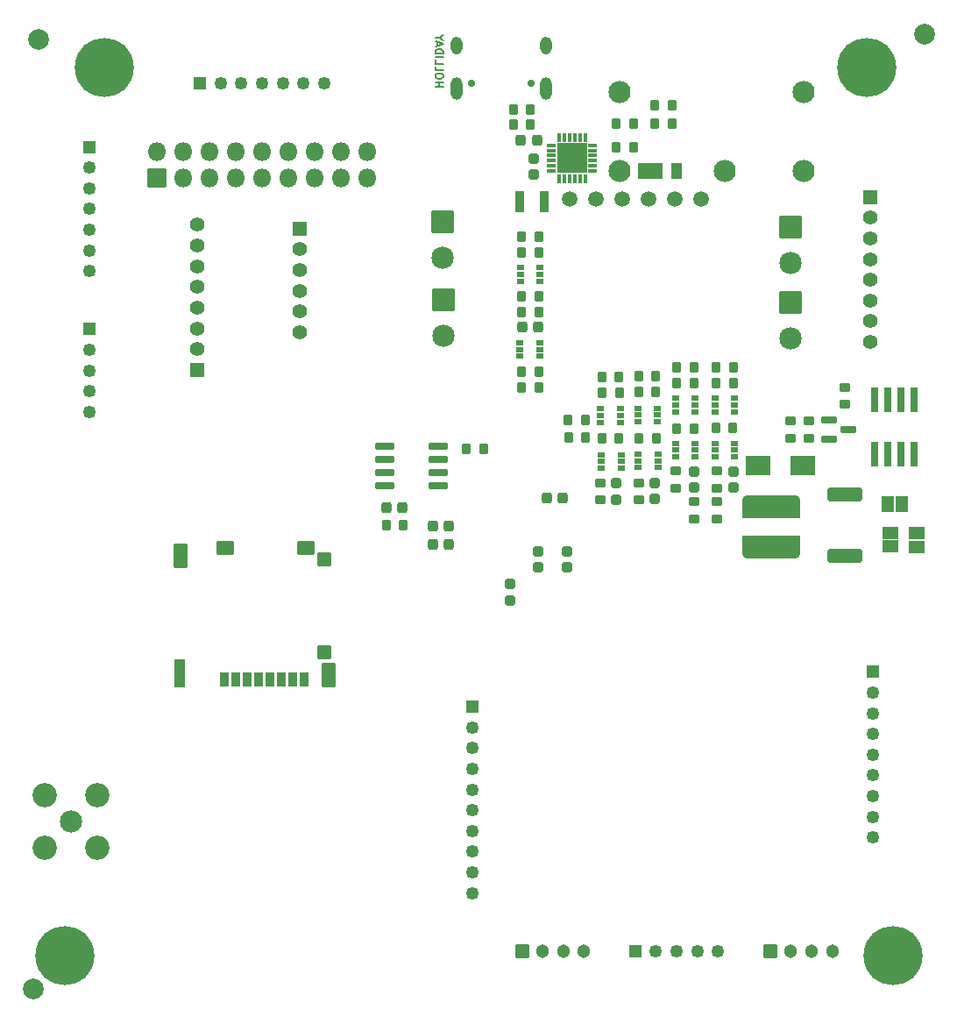
<source format=gbs>
%TF.GenerationSoftware,KiCad,Pcbnew,7.0.9*%
%TF.CreationDate,2024-05-14T22:46:05-07:00*%
%TF.ProjectId,mainboard,6d61696e-626f-4617-9264-2e6b69636164,06b*%
%TF.SameCoordinates,Original*%
%TF.FileFunction,Soldermask,Bot*%
%TF.FilePolarity,Negative*%
%FSLAX46Y46*%
G04 Gerber Fmt 4.6, Leading zero omitted, Abs format (unit mm)*
G04 Created by KiCad (PCBNEW 7.0.9) date 2024-05-14 22:46:05*
%MOMM*%
%LPD*%
G01*
G04 APERTURE LIST*
G04 Aperture macros list*
%AMRoundRect*
0 Rectangle with rounded corners*
0 $1 Rounding radius*
0 $2 $3 $4 $5 $6 $7 $8 $9 X,Y pos of 4 corners*
0 Add a 4 corners polygon primitive as box body*
4,1,4,$2,$3,$4,$5,$6,$7,$8,$9,$2,$3,0*
0 Add four circle primitives for the rounded corners*
1,1,$1+$1,$2,$3*
1,1,$1+$1,$4,$5*
1,1,$1+$1,$6,$7*
1,1,$1+$1,$8,$9*
0 Add four rect primitives between the rounded corners*
20,1,$1+$1,$2,$3,$4,$5,0*
20,1,$1+$1,$4,$5,$6,$7,0*
20,1,$1+$1,$6,$7,$8,$9,0*
20,1,$1+$1,$8,$9,$2,$3,0*%
%AMFreePoly0*
4,1,35,1.110921,2.785921,1.125800,2.750000,1.125800,-2.750000,1.110921,-2.785921,1.075000,-2.800800,-0.539018,-2.800800,-0.542050,-2.800619,-0.670818,-2.785155,-0.683397,-2.781975,-0.819570,-2.728276,-0.831629,-2.721496,-0.948265,-2.633048,-0.958048,-2.623265,-1.046496,-2.506629,-1.053276,-2.494570,-1.106975,-2.358397,-1.110155,-2.345818,-1.125619,-2.217050,-1.125800,-2.214018,-1.125800,2.214018,
-1.125619,2.217050,-1.110155,2.345818,-1.106975,2.358397,-1.053276,2.494570,-1.046496,2.506629,-0.958048,2.623265,-0.948265,2.633048,-0.831629,2.721496,-0.819570,2.728276,-0.683397,2.781975,-0.670818,2.785155,-0.542050,2.800619,-0.539018,2.800800,1.075000,2.800800,1.110921,2.785921,1.110921,2.785921,$1*%
%AMFreePoly1*
4,1,35,0.542050,2.800619,0.670818,2.785155,0.683397,2.781975,0.819570,2.728276,0.831629,2.721496,0.948265,2.633048,0.958048,2.623265,1.046496,2.506629,1.053276,2.494570,1.106975,2.358397,1.110155,2.345818,1.125619,2.217050,1.125800,2.214018,1.125800,-2.214018,1.125619,-2.217050,1.110155,-2.345818,1.106975,-2.358397,1.053276,-2.494570,1.046496,-2.506629,0.958048,-2.623265,
0.948265,-2.633048,0.831629,-2.721496,0.819570,-2.728276,0.683397,-2.781975,0.670818,-2.785155,0.542050,-2.800619,0.539018,-2.800800,-1.075000,-2.800800,-1.110921,-2.785921,-1.125800,-2.750000,-1.125800,2.750000,-1.110921,2.785921,-1.075000,2.800800,0.539018,2.800800,0.542050,2.800619,0.542050,2.800619,$1*%
G04 Aperture macros list end*
%ADD10C,0.190500*%
%ADD11RoundRect,0.050800X0.575000X0.575000X-0.575000X0.575000X-0.575000X-0.575000X0.575000X-0.575000X0*%
%ADD12C,1.251600*%
%ADD13C,5.701600*%
%ADD14C,2.133600*%
%ADD15C,2.151600*%
%ADD16C,2.351600*%
%ADD17RoundRect,0.063500X-1.016000X1.016000X-1.016000X-1.016000X1.016000X-1.016000X1.016000X1.016000X0*%
%ADD18C,2.159000*%
%ADD19C,0.701600*%
%ADD20O,1.101600X2.201600*%
%ADD21O,1.101600X1.701600*%
%ADD22RoundRect,0.050800X0.575000X-0.575000X0.575000X0.575000X-0.575000X0.575000X-0.575000X-0.575000X0*%
%ADD23RoundRect,0.050800X0.654000X-0.654000X0.654000X0.654000X-0.654000X0.654000X-0.654000X-0.654000X0*%
%ADD24C,1.409600*%
%ADD25RoundRect,0.076200X-0.575000X-0.575000X0.575000X-0.575000X0.575000X0.575000X-0.575000X0.575000X0*%
%ADD26C,1.302400*%
%ADD27RoundRect,0.050800X-0.654000X0.654000X-0.654000X-0.654000X0.654000X-0.654000X0.654000X0.654000X0*%
%ADD28RoundRect,0.275800X-0.225000X-0.250000X0.225000X-0.250000X0.225000X0.250000X-0.225000X0.250000X0*%
%ADD29RoundRect,0.275800X0.250000X-0.225000X0.250000X0.225000X-0.250000X0.225000X-0.250000X-0.225000X0*%
%ADD30RoundRect,0.250800X-0.275000X0.200000X-0.275000X-0.200000X0.275000X-0.200000X0.275000X0.200000X0*%
%ADD31RoundRect,0.250800X-0.200000X-0.275000X0.200000X-0.275000X0.200000X0.275000X-0.200000X0.275000X0*%
%ADD32RoundRect,0.063500X-0.400000X-0.620000X0.400000X-0.620000X0.400000X0.620000X-0.400000X0.620000X0*%
%ADD33RoundRect,0.063500X-0.580000X-0.600000X0.580000X-0.600000X0.580000X0.600000X-0.580000X0.600000X0*%
%ADD34RoundRect,0.063500X-0.475000X-1.250000X0.475000X-1.250000X0.475000X1.250000X-0.475000X1.250000X0*%
%ADD35RoundRect,0.063500X-0.575000X-1.100000X0.575000X-1.100000X0.575000X1.100000X-0.575000X1.100000X0*%
%ADD36RoundRect,0.063500X-0.750000X-0.575000X0.750000X-0.575000X0.750000X0.575000X-0.750000X0.575000X0*%
%ADD37RoundRect,0.063500X-0.580000X-0.625000X0.580000X-0.625000X0.580000X0.625000X-0.580000X0.625000X0*%
%ADD38RoundRect,0.275800X-0.250000X0.225000X-0.250000X-0.225000X0.250000X-0.225000X0.250000X0.225000X0*%
%ADD39RoundRect,0.275800X0.225000X0.250000X-0.225000X0.250000X-0.225000X-0.250000X0.225000X-0.250000X0*%
%ADD40RoundRect,0.200800X-0.725000X-0.150000X0.725000X-0.150000X0.725000X0.150000X-0.725000X0.150000X0*%
%ADD41C,2.000000*%
%ADD42RoundRect,0.050800X0.150000X0.400000X-0.150000X0.400000X-0.150000X-0.400000X0.150000X-0.400000X0*%
%ADD43RoundRect,0.050800X-0.400000X0.150000X-0.400000X-0.150000X0.400000X-0.150000X0.400000X0.150000X0*%
%ADD44RoundRect,0.050800X-1.400000X1.400000X-1.400000X-1.400000X1.400000X-1.400000X1.400000X1.400000X0*%
%ADD45RoundRect,0.250800X0.200000X0.275000X-0.200000X0.275000X-0.200000X-0.275000X0.200000X-0.275000X0*%
%ADD46RoundRect,0.228400X-0.222400X-0.822400X0.222400X-0.822400X0.222400X0.822400X-0.222400X0.822400X0*%
%ADD47RoundRect,0.050800X-0.325000X-0.200000X0.325000X-0.200000X0.325000X0.200000X-0.325000X0.200000X0*%
%ADD48RoundRect,0.050800X-0.300000X0.200000X-0.300000X-0.200000X0.300000X-0.200000X0.300000X0.200000X0*%
%ADD49RoundRect,0.250800X0.275000X-0.200000X0.275000X0.200000X-0.275000X0.200000X-0.275000X-0.200000X0*%
%ADD50RoundRect,0.063500X-0.450000X-0.700000X0.450000X-0.700000X0.450000X0.700000X-0.450000X0.700000X0*%
%ADD51RoundRect,0.063500X-1.100000X-0.700000X1.100000X-0.700000X1.100000X0.700000X-1.100000X0.700000X0*%
%ADD52C,1.501600*%
%ADD53RoundRect,0.050800X0.325000X0.200000X-0.325000X0.200000X-0.325000X-0.200000X0.325000X-0.200000X0*%
%ADD54RoundRect,0.050800X0.300000X-0.200000X0.300000X0.200000X-0.300000X0.200000X-0.300000X-0.200000X0*%
%ADD55RoundRect,0.050800X-0.750000X0.500000X-0.750000X-0.500000X0.750000X-0.500000X0.750000X0.500000X0*%
%ADD56FreePoly0,270.000000*%
%ADD57FreePoly1,270.000000*%
%ADD58RoundRect,0.050800X1.175000X-0.850000X1.175000X0.850000X-1.175000X0.850000X-1.175000X-0.850000X0*%
%ADD59RoundRect,0.050800X-0.304800X-1.104900X0.304800X-1.104900X0.304800X1.104900X-0.304800X1.104900X0*%
%ADD60RoundRect,0.300800X-1.425000X0.362500X-1.425000X-0.362500X1.425000X-0.362500X1.425000X0.362500X0*%
%ADD61RoundRect,0.050800X0.500000X0.750000X-0.500000X0.750000X-0.500000X-0.750000X0.500000X-0.750000X0*%
%ADD62RoundRect,0.050800X-0.850000X0.850000X-0.850000X-0.850000X0.850000X-0.850000X0.850000X0.850000X0*%
%ADD63O,1.801600X1.801600*%
%ADD64RoundRect,0.063500X0.660400X-0.279400X0.660400X0.279400X-0.660400X0.279400X-0.660400X-0.279400X0*%
G04 APERTURE END LIST*
D10*
X139167390Y-59379285D02*
X139929390Y-59379285D01*
X139566533Y-59379285D02*
X139566533Y-58943856D01*
X139167390Y-58943856D02*
X139929390Y-58943856D01*
X139929390Y-58435856D02*
X139929390Y-58290713D01*
X139929390Y-58290713D02*
X139893104Y-58218142D01*
X139893104Y-58218142D02*
X139820533Y-58145570D01*
X139820533Y-58145570D02*
X139675390Y-58109285D01*
X139675390Y-58109285D02*
X139421390Y-58109285D01*
X139421390Y-58109285D02*
X139276247Y-58145570D01*
X139276247Y-58145570D02*
X139203676Y-58218142D01*
X139203676Y-58218142D02*
X139167390Y-58290713D01*
X139167390Y-58290713D02*
X139167390Y-58435856D01*
X139167390Y-58435856D02*
X139203676Y-58508428D01*
X139203676Y-58508428D02*
X139276247Y-58580999D01*
X139276247Y-58580999D02*
X139421390Y-58617285D01*
X139421390Y-58617285D02*
X139675390Y-58617285D01*
X139675390Y-58617285D02*
X139820533Y-58580999D01*
X139820533Y-58580999D02*
X139893104Y-58508428D01*
X139893104Y-58508428D02*
X139929390Y-58435856D01*
X139167390Y-57419856D02*
X139167390Y-57782713D01*
X139167390Y-57782713D02*
X139929390Y-57782713D01*
X139167390Y-56802999D02*
X139167390Y-57165856D01*
X139167390Y-57165856D02*
X139929390Y-57165856D01*
X139167390Y-56548999D02*
X139929390Y-56548999D01*
X139167390Y-56186142D02*
X139929390Y-56186142D01*
X139929390Y-56186142D02*
X139929390Y-56004713D01*
X139929390Y-56004713D02*
X139893104Y-55895856D01*
X139893104Y-55895856D02*
X139820533Y-55823285D01*
X139820533Y-55823285D02*
X139747961Y-55786999D01*
X139747961Y-55786999D02*
X139602818Y-55750713D01*
X139602818Y-55750713D02*
X139493961Y-55750713D01*
X139493961Y-55750713D02*
X139348818Y-55786999D01*
X139348818Y-55786999D02*
X139276247Y-55823285D01*
X139276247Y-55823285D02*
X139203676Y-55895856D01*
X139203676Y-55895856D02*
X139167390Y-56004713D01*
X139167390Y-56004713D02*
X139167390Y-56186142D01*
X139385104Y-55460428D02*
X139385104Y-55097571D01*
X139167390Y-55532999D02*
X139929390Y-55278999D01*
X139929390Y-55278999D02*
X139167390Y-55024999D01*
X139530247Y-54625856D02*
X139167390Y-54625856D01*
X139929390Y-54879856D02*
X139530247Y-54625856D01*
X139530247Y-54625856D02*
X139929390Y-54371856D01*
D11*
X116450001Y-59050000D03*
D12*
X118450002Y-59050000D03*
X120450001Y-59050000D03*
X122450002Y-59050000D03*
X124450000Y-59050000D03*
X126450001Y-59050000D03*
X128450000Y-59050000D03*
D13*
X107236100Y-57564100D03*
X103426100Y-143294100D03*
X183426100Y-143294100D03*
X180896100Y-57564100D03*
D14*
X157000000Y-67500000D03*
X157000000Y-59880000D03*
X167160000Y-67500000D03*
X174780000Y-59880000D03*
X174780000Y-67500000D03*
D15*
X103949500Y-130365500D03*
D16*
X106489500Y-127825500D03*
X101409500Y-127825500D03*
X106489500Y-132905500D03*
X101409500Y-132905500D03*
D17*
X173532800Y-80213200D03*
D18*
X173532800Y-83713200D03*
D17*
X139954000Y-79959200D03*
D18*
X139954000Y-83459200D03*
D19*
X148437000Y-59053000D03*
X142667000Y-59053000D03*
D20*
X149872000Y-59553000D03*
D21*
X149872000Y-55413000D03*
D20*
X141232000Y-59553000D03*
D21*
X141232000Y-55413000D03*
D17*
X139903200Y-72440800D03*
D18*
X139903200Y-75940800D03*
D17*
X173532800Y-72948800D03*
D18*
X173532800Y-76448800D03*
D11*
X158484001Y-142920000D03*
D12*
X160484002Y-142920000D03*
X162484001Y-142920000D03*
X164484002Y-142920000D03*
X166484000Y-142920000D03*
D22*
X105800000Y-82799999D03*
D12*
X105800000Y-84800000D03*
X105800000Y-86799999D03*
X105800000Y-88800000D03*
X105800000Y-90799998D03*
D23*
X181200000Y-70050001D03*
D24*
X181200000Y-72050002D03*
X181200000Y-74050001D03*
X181200000Y-76050002D03*
X181200000Y-78050000D03*
X181200000Y-80050001D03*
X181200000Y-82050000D03*
X181200000Y-84050001D03*
D22*
X142775000Y-119275000D03*
D12*
X142775000Y-121275001D03*
X142775000Y-123275000D03*
X142775000Y-125275001D03*
X142775000Y-127274999D03*
X142775000Y-129275000D03*
X142775000Y-131274999D03*
X142775000Y-133275000D03*
X142775000Y-135275001D03*
X142775000Y-137275000D03*
D25*
X147548637Y-142920000D03*
D26*
X149548637Y-142920000D03*
X151548637Y-142920000D03*
X153548637Y-142920000D03*
D23*
X126100000Y-73100000D03*
D24*
X126100000Y-75100000D03*
X126100000Y-77100000D03*
X126100000Y-79100000D03*
X126100000Y-81100000D03*
X126100000Y-83100000D03*
D27*
X116205000Y-86739999D03*
D24*
X116205000Y-84739998D03*
X116205000Y-82739999D03*
X116205000Y-80739998D03*
X116205000Y-78740000D03*
X116205000Y-76739999D03*
X116205000Y-74740000D03*
X116205000Y-72739999D03*
D22*
X105750000Y-65214001D03*
D12*
X105750000Y-67214002D03*
X105750000Y-69214001D03*
X105750000Y-71214002D03*
X105750000Y-73214000D03*
X105750000Y-75214001D03*
X105750000Y-77214000D03*
D25*
X171537500Y-142920000D03*
D26*
X173537500Y-142920000D03*
X175537500Y-142920000D03*
X177537500Y-142920000D03*
D12*
X181491000Y-131900000D03*
X181491000Y-129899999D03*
X181491000Y-127899998D03*
X181491000Y-125899999D03*
X181491000Y-123899998D03*
X181491000Y-121900000D03*
X181491000Y-119899999D03*
X181491000Y-117900000D03*
D22*
X181491000Y-115899999D03*
D28*
X134480000Y-100076000D03*
X136030000Y-100076000D03*
D29*
X151892000Y-105804000D03*
X151892000Y-104254000D03*
X149098000Y-105804000D03*
X149098000Y-104254000D03*
D30*
X164211000Y-99464196D03*
X164211000Y-101114196D03*
D31*
X142177000Y-94361000D03*
X143827000Y-94361000D03*
D32*
X118816800Y-116677200D03*
X119916800Y-116677200D03*
X121016800Y-116677200D03*
X122116800Y-116677200D03*
X123216800Y-116677200D03*
X124316800Y-116677200D03*
X125416800Y-116677200D03*
X126516800Y-116677200D03*
D33*
X128456800Y-105047200D03*
D34*
X114471800Y-116047200D03*
D35*
X128861800Y-116197200D03*
X114571800Y-104717200D03*
D36*
X118876800Y-103922200D03*
X126656800Y-103922200D03*
D37*
X128456800Y-114047200D03*
D38*
X146431000Y-107429000D03*
X146431000Y-108979000D03*
D39*
X140475000Y-101854000D03*
X138925000Y-101854000D03*
D40*
X134331000Y-97917000D03*
X134331000Y-96647000D03*
X134331000Y-95377000D03*
X134331000Y-94107000D03*
X139481000Y-94107000D03*
X139481000Y-95377000D03*
X139481000Y-96647000D03*
X139481000Y-97917000D03*
D41*
X186436000Y-54356000D03*
D31*
X146700000Y-61604600D03*
X148350000Y-61604600D03*
D42*
X151150000Y-64294000D03*
X151650000Y-64294000D03*
X152150000Y-64294000D03*
X152650000Y-64294000D03*
X153150000Y-64294000D03*
X153650000Y-64294000D03*
D43*
X154400000Y-65044000D03*
X154400000Y-65544000D03*
X154400000Y-66044000D03*
X154400000Y-66544000D03*
X154400000Y-67044000D03*
X154400000Y-67544000D03*
D42*
X153650000Y-68294000D03*
X153150000Y-68294000D03*
X152650000Y-68294000D03*
X152150000Y-68294000D03*
X151650000Y-68294000D03*
X151150000Y-68294000D03*
D43*
X150400000Y-67544000D03*
X150400000Y-67044000D03*
X150400000Y-66544000D03*
X150400000Y-66044000D03*
X150400000Y-65544000D03*
X150400000Y-65044000D03*
D44*
X152400000Y-66294000D03*
D45*
X158305000Y-65278000D03*
X156655000Y-65278000D03*
D29*
X148666200Y-67900000D03*
X148666200Y-66350000D03*
D45*
X162038800Y-62941200D03*
X160388800Y-62941200D03*
D31*
X156655000Y-62941200D03*
X158305000Y-62941200D03*
D45*
X148350000Y-63075000D03*
X146700000Y-63075000D03*
D28*
X149925000Y-99100000D03*
X151475000Y-99100000D03*
D45*
X162038800Y-61214000D03*
X160388800Y-61214000D03*
D46*
X147320000Y-70525000D03*
X149720000Y-70525000D03*
D28*
X147550000Y-82625000D03*
X149100000Y-82625000D03*
D38*
X164200000Y-96550000D03*
X164200000Y-98100000D03*
X168021000Y-96550000D03*
X168021000Y-98100000D03*
D47*
X166175000Y-90800000D03*
X166175000Y-90150000D03*
X166175000Y-89500000D03*
X168075000Y-89500000D03*
X168075000Y-90150000D03*
X168075000Y-90800000D03*
D48*
X166182000Y-95138000D03*
X166182000Y-94488000D03*
X166182000Y-93838000D03*
X168082000Y-93838000D03*
X168082000Y-94488000D03*
X168082000Y-95138000D03*
D31*
X147511000Y-88425000D03*
X149161000Y-88425000D03*
D45*
X149161000Y-81150000D03*
X147511000Y-81150000D03*
X149161000Y-73914000D03*
X147511000Y-73914000D03*
D31*
X147511000Y-75375000D03*
X149161000Y-75375000D03*
X162497000Y-86525000D03*
X164147000Y-86525000D03*
X166307000Y-86500000D03*
X167957000Y-86500000D03*
X162500000Y-88000000D03*
X164150000Y-88000000D03*
X166307000Y-88000000D03*
X167957000Y-88000000D03*
D49*
X166370000Y-98150000D03*
X166370000Y-96500000D03*
D45*
X164147000Y-92400000D03*
X162497000Y-92400000D03*
X167950000Y-92375000D03*
X166300000Y-92375000D03*
D47*
X162372000Y-90800000D03*
X162372000Y-90150000D03*
X162372000Y-89500000D03*
X164272000Y-89500000D03*
X164272000Y-90150000D03*
X164272000Y-90800000D03*
D48*
X162372000Y-95138000D03*
X162372000Y-94488000D03*
X162372000Y-93838000D03*
X164272000Y-93838000D03*
X164272000Y-94488000D03*
X164272000Y-95138000D03*
D49*
X162425000Y-98150000D03*
X162425000Y-96500000D03*
D30*
X166370000Y-99466900D03*
X166370000Y-101116900D03*
D50*
X162461000Y-67500500D03*
D51*
X159911000Y-67500500D03*
D47*
X147386000Y-78175000D03*
X147386000Y-77525000D03*
X147386000Y-76875000D03*
X149286000Y-76875000D03*
X149286000Y-77525000D03*
X149286000Y-78175000D03*
X147375000Y-85425000D03*
X147375000Y-84775000D03*
X147375000Y-84125000D03*
X149275000Y-84125000D03*
X149275000Y-84775000D03*
X149275000Y-85425000D03*
D45*
X149161000Y-79675000D03*
X147511000Y-79675000D03*
D52*
X152146000Y-70231000D03*
X154686000Y-70231000D03*
X157226000Y-70231000D03*
X159766000Y-70231000D03*
X162306000Y-70231000D03*
X164846000Y-70231000D03*
D31*
X147511000Y-86950000D03*
X149161000Y-86950000D03*
D28*
X138925000Y-103632000D03*
X140475000Y-103632000D03*
D31*
X134430000Y-101727000D03*
X136080000Y-101727000D03*
D53*
X160627475Y-90450000D03*
X160627475Y-91100000D03*
X160627475Y-91750000D03*
X158727475Y-91750000D03*
X158727475Y-91100000D03*
X158727475Y-90450000D03*
D31*
X158832475Y-87370000D03*
X160482475Y-87370000D03*
D41*
X100838000Y-54864000D03*
D38*
X160367475Y-97685000D03*
X160367475Y-99235000D03*
D54*
X160697475Y-94890000D03*
X160697475Y-95540000D03*
X160697475Y-96190000D03*
X158797475Y-96190000D03*
X158797475Y-95540000D03*
X158797475Y-94890000D03*
D49*
X178750000Y-90075000D03*
X178750000Y-88425000D03*
D31*
X152025000Y-91600000D03*
X153675000Y-91600000D03*
D55*
X183150000Y-102500000D03*
X183150000Y-103800000D03*
D49*
X155120000Y-99315000D03*
X155120000Y-97665000D03*
D45*
X156950000Y-88940000D03*
X155300000Y-88940000D03*
D56*
X171600000Y-99975000D03*
D57*
X171600000Y-103825000D03*
D55*
X185650000Y-102525000D03*
X185650000Y-103825000D03*
D54*
X157115000Y-94930000D03*
X157115000Y-95580000D03*
X157115000Y-96230000D03*
X155215000Y-96230000D03*
X155215000Y-95580000D03*
X155215000Y-94930000D03*
D49*
X175250000Y-93325000D03*
X175250000Y-91675000D03*
D41*
X100330000Y-146558000D03*
D58*
X174650000Y-96012000D03*
X170350000Y-96012000D03*
D45*
X160482475Y-88890000D03*
X158832475Y-88890000D03*
D30*
X173500000Y-91675000D03*
X173500000Y-93325000D03*
D38*
X156620000Y-97715000D03*
X156620000Y-99265000D03*
D31*
X158867475Y-93330000D03*
X160517475Y-93330000D03*
D59*
X181595000Y-89633800D03*
X182865000Y-89633800D03*
X184135000Y-89633800D03*
X185405000Y-89633800D03*
X185405000Y-94866200D03*
X184135000Y-94866200D03*
X182865000Y-94866200D03*
X181595000Y-94866200D03*
D28*
X147450000Y-64575000D03*
X149000000Y-64575000D03*
D60*
X178765200Y-98764500D03*
X178765200Y-104689500D03*
D53*
X157060000Y-90500000D03*
X157060000Y-91150000D03*
X157060000Y-91800000D03*
X155160000Y-91800000D03*
X155160000Y-91150000D03*
X155160000Y-90500000D03*
D31*
X155285000Y-93370000D03*
X156935000Y-93370000D03*
X152050000Y-93300000D03*
X153700000Y-93300000D03*
D61*
X184225000Y-99675000D03*
X182925000Y-99675000D03*
D62*
X112280000Y-68240000D03*
D63*
X112280000Y-65700000D03*
X114820000Y-68240000D03*
X114820000Y-65700000D03*
X117360000Y-68240000D03*
X117360000Y-65700000D03*
X119900000Y-68240000D03*
X119900000Y-65700000D03*
X122440000Y-68240000D03*
X122440000Y-65700000D03*
X124980000Y-68240000D03*
X124980000Y-65700000D03*
X127520000Y-68240000D03*
X127520000Y-65700000D03*
X130060000Y-68240000D03*
X130060000Y-65700000D03*
X132600000Y-68240000D03*
X132600000Y-65700000D03*
D31*
X155275000Y-87400000D03*
X156925000Y-87400000D03*
D64*
X177246700Y-93452500D03*
X177246700Y-91547500D03*
X179126300Y-92500000D03*
D49*
X158867475Y-99285000D03*
X158867475Y-97635000D03*
M02*

</source>
